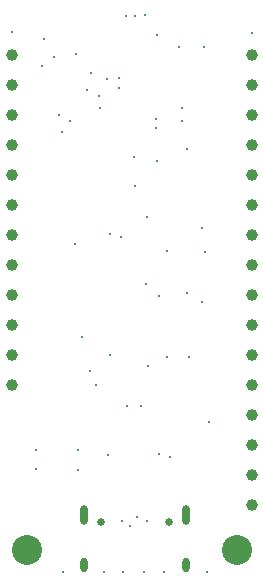
<source format=gbr>
%TF.GenerationSoftware,Altium Limited,Altium Designer,20.0.10 (225)*%
G04 Layer_Color=0*
%FSLAX26Y26*%
%MOIN*%
%TF.FileFunction,Plated,1,2,PTH,Drill*%
%TF.Part,Single*%
G01*
G75*
%TA.AperFunction,ComponentDrill*%
%ADD99O,0.023622X0.047244*%
%ADD100O,0.023622X0.066929*%
%ADD101C,0.025591*%
%ADD102C,0.100000*%
%ADD103C,0.039370*%
%ADD104C,0.039370*%
%TA.AperFunction,ViaDrill,NotFilled*%
%ADD105C,0.011811*%
D99*
X835827Y246063D02*
D03*
X495669D02*
D03*
D100*
X835827Y410630D02*
D03*
X495669D02*
D03*
D101*
X779528Y389764D02*
D03*
X551968D02*
D03*
D102*
X306756Y295173D02*
D03*
X1006756D02*
D03*
D103*
X1056756Y445173D02*
D03*
Y545173D02*
D03*
Y645173D02*
D03*
Y745173D02*
D03*
Y845173D02*
D03*
Y945173D02*
D03*
Y1045173D02*
D03*
Y1145173D02*
D03*
Y1245173D02*
D03*
Y1345173D02*
D03*
Y1445173D02*
D03*
Y1545173D02*
D03*
Y1645173D02*
D03*
Y1745173D02*
D03*
Y1845173D02*
D03*
Y1945173D02*
D03*
D104*
X256756Y845173D02*
D03*
Y945173D02*
D03*
Y1045173D02*
D03*
Y1145173D02*
D03*
Y1245173D02*
D03*
Y1345173D02*
D03*
Y1445173D02*
D03*
Y1545173D02*
D03*
Y1645173D02*
D03*
Y1745173D02*
D03*
Y1845173D02*
D03*
Y1945173D02*
D03*
D105*
X649464Y375841D02*
D03*
X468491Y1948509D02*
D03*
X356496Y1908080D02*
D03*
X396851Y1937930D02*
D03*
X635000Y2077000D02*
D03*
X698408Y2077043D02*
D03*
X740705Y2011811D02*
D03*
X549987Y1768987D02*
D03*
X545685Y1807105D02*
D03*
X612953Y1869094D02*
D03*
X612952Y1835266D02*
D03*
X505899Y1828656D02*
D03*
X518701Y1886811D02*
D03*
X412599Y1745465D02*
D03*
X665355Y2076581D02*
D03*
X706504Y391961D02*
D03*
X621751Y393382D02*
D03*
X673000Y404000D02*
D03*
X516217Y891994D02*
D03*
X448819Y1724409D02*
D03*
X574207Y1864925D02*
D03*
X821662Y1724409D02*
D03*
X466541Y1313858D02*
D03*
X906056Y222737D02*
D03*
X427355Y221318D02*
D03*
X763442Y222737D02*
D03*
X697264D02*
D03*
X627058D02*
D03*
X563717D02*
D03*
X709832Y909216D02*
D03*
X488437Y1003940D02*
D03*
X703035Y1181259D02*
D03*
X914367Y722009D02*
D03*
X474877Y563201D02*
D03*
X475180Y627974D02*
D03*
X574803Y610587D02*
D03*
X781308Y605381D02*
D03*
X846890Y939967D02*
D03*
X773619D02*
D03*
X745705Y1140862D02*
D03*
X887893Y1121505D02*
D03*
X619729Y1338214D02*
D03*
X705168Y1404321D02*
D03*
X582677Y945173D02*
D03*
X534839Y844075D02*
D03*
X362598Y2000000D02*
D03*
X684451Y776971D02*
D03*
X637795D02*
D03*
X745811Y613838D02*
D03*
X582677Y1350173D02*
D03*
X665204Y1507429D02*
D03*
X740705Y1591088D02*
D03*
X837902Y1153662D02*
D03*
X899588Y1288846D02*
D03*
X337520Y565886D02*
D03*
Y629823D02*
D03*
X664134Y1606299D02*
D03*
X735792Y1701929D02*
D03*
X772329Y1291585D02*
D03*
X888977Y1369710D02*
D03*
X837902Y1631299D02*
D03*
X735792Y1732760D02*
D03*
X256756Y2021654D02*
D03*
X1056756Y2019685D02*
D03*
X895420Y1970473D02*
D03*
X821662Y1768618D02*
D03*
X422244Y1689961D02*
D03*
X812992Y1970473D02*
D03*
%TF.MD5,5a30f755c8c63de4559356bb30810888*%
M02*

</source>
